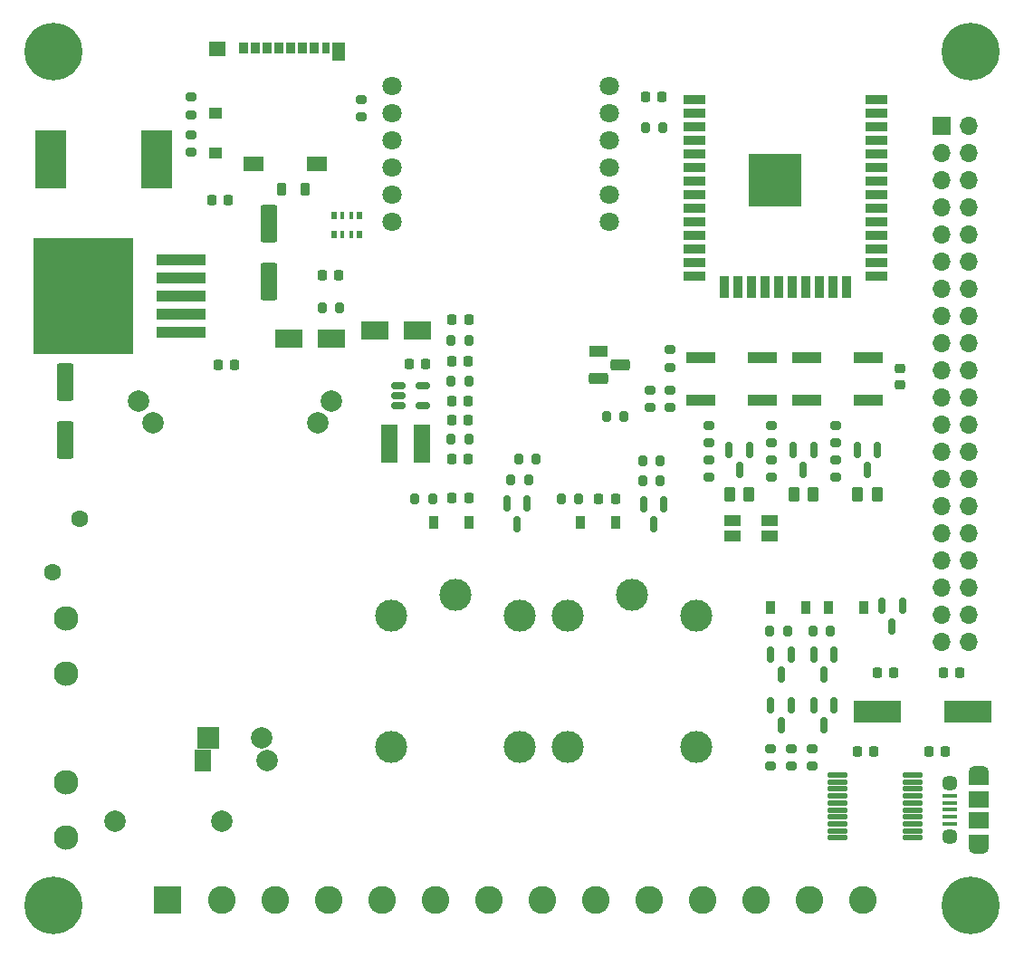
<source format=gbr>
%TF.GenerationSoftware,KiCad,Pcbnew,7.0.1*%
%TF.CreationDate,2023-03-22T21:04:12-04:00*%
%TF.ProjectId,esp32_pro_relay,65737033-325f-4707-926f-5f72656c6179,rev?*%
%TF.SameCoordinates,Original*%
%TF.FileFunction,Soldermask,Top*%
%TF.FilePolarity,Negative*%
%FSLAX46Y46*%
G04 Gerber Fmt 4.6, Leading zero omitted, Abs format (unit mm)*
G04 Created by KiCad (PCBNEW 7.0.1) date 2023-03-22 21:04:12*
%MOMM*%
%LPD*%
G01*
G04 APERTURE LIST*
G04 Aperture macros list*
%AMRoundRect*
0 Rectangle with rounded corners*
0 $1 Rounding radius*
0 $2 $3 $4 $5 $6 $7 $8 $9 X,Y pos of 4 corners*
0 Add a 4 corners polygon primitive as box body*
4,1,4,$2,$3,$4,$5,$6,$7,$8,$9,$2,$3,0*
0 Add four circle primitives for the rounded corners*
1,1,$1+$1,$2,$3*
1,1,$1+$1,$4,$5*
1,1,$1+$1,$6,$7*
1,1,$1+$1,$8,$9*
0 Add four rect primitives between the rounded corners*
20,1,$1+$1,$2,$3,$4,$5,0*
20,1,$1+$1,$4,$5,$6,$7,0*
20,1,$1+$1,$6,$7,$8,$9,0*
20,1,$1+$1,$8,$9,$2,$3,0*%
G04 Aperture macros list end*
%ADD10RoundRect,0.225000X-0.225000X-0.250000X0.225000X-0.250000X0.225000X0.250000X-0.225000X0.250000X0*%
%ADD11R,2.600000X2.600000*%
%ADD12C,2.600000*%
%ADD13R,2.500000X1.800000*%
%ADD14RoundRect,0.200000X0.200000X0.275000X-0.200000X0.275000X-0.200000X-0.275000X0.200000X-0.275000X0*%
%ADD15R,2.000000X0.900000*%
%ADD16R,0.900000X2.000000*%
%ADD17R,5.000000X5.000000*%
%ADD18RoundRect,0.125000X-0.825000X-0.125000X0.825000X-0.125000X0.825000X0.125000X-0.825000X0.125000X0*%
%ADD19RoundRect,0.150000X-0.150000X0.587500X-0.150000X-0.587500X0.150000X-0.587500X0.150000X0.587500X0*%
%ADD20RoundRect,0.250000X-0.262500X-0.450000X0.262500X-0.450000X0.262500X0.450000X-0.262500X0.450000X0*%
%ADD21RoundRect,0.225000X0.225000X0.250000X-0.225000X0.250000X-0.225000X-0.250000X0.225000X-0.250000X0*%
%ADD22C,5.400000*%
%ADD23C,0.800000*%
%ADD24RoundRect,0.200000X0.275000X-0.200000X0.275000X0.200000X-0.275000X0.200000X-0.275000X-0.200000X0*%
%ADD25RoundRect,0.200000X-0.275000X0.200000X-0.275000X-0.200000X0.275000X-0.200000X0.275000X0.200000X0*%
%ADD26R,2.000000X2.000000*%
%ADD27C,2.000000*%
%ADD28R,0.900000X1.200000*%
%ADD29R,0.500000X0.800000*%
%ADD30R,0.400000X0.800000*%
%ADD31R,2.900000X5.400000*%
%ADD32RoundRect,0.250000X0.262500X0.450000X-0.262500X0.450000X-0.262500X-0.450000X0.262500X-0.450000X0*%
%ADD33RoundRect,0.200000X-0.200000X-0.275000X0.200000X-0.275000X0.200000X0.275000X-0.200000X0.275000X0*%
%ADD34RoundRect,0.218750X0.218750X0.256250X-0.218750X0.256250X-0.218750X-0.256250X0.218750X-0.256250X0*%
%ADD35RoundRect,0.225000X-0.250000X0.225000X-0.250000X-0.225000X0.250000X-0.225000X0.250000X0.225000X0*%
%ADD36R,1.350000X0.400000*%
%ADD37R,1.900000X1.500000*%
%ADD38C,1.450000*%
%ADD39O,1.900000X1.200000*%
%ADD40R,1.900000X1.200000*%
%ADD41R,1.700000X1.700000*%
%ADD42O,1.700000X1.700000*%
%ADD43C,1.600000*%
%ADD44C,2.300000*%
%ADD45R,0.850000X1.100000*%
%ADD46R,0.750000X1.100000*%
%ADD47R,1.200000X1.000000*%
%ADD48R,1.170000X1.800000*%
%ADD49R,1.900000X1.350000*%
%ADD50R,1.550000X1.350000*%
%ADD51RoundRect,0.218750X0.218750X0.381250X-0.218750X0.381250X-0.218750X-0.381250X0.218750X-0.381250X0*%
%ADD52RoundRect,0.250000X0.550000X-1.500000X0.550000X1.500000X-0.550000X1.500000X-0.550000X-1.500000X0*%
%ADD53C,1.800000*%
%ADD54R,2.800000X1.000000*%
%ADD55R,4.500000X2.000000*%
%ADD56R,1.800000X1.100000*%
%ADD57RoundRect,0.275000X-0.625000X0.275000X-0.625000X-0.275000X0.625000X-0.275000X0.625000X0.275000X0*%
%ADD58RoundRect,0.150000X-0.512500X-0.150000X0.512500X-0.150000X0.512500X0.150000X-0.512500X0.150000X0*%
%ADD59C,3.000000*%
%ADD60R,4.600000X1.100000*%
%ADD61R,9.400000X10.800000*%
%ADD62R,1.500000X2.000000*%
%ADD63R,1.500000X1.000000*%
%ADD64R,1.500000X3.600000*%
%ADD65RoundRect,0.250000X-0.550000X1.500000X-0.550000X-1.500000X0.550000X-1.500000X0.550000X1.500000X0*%
G04 APERTURE END LIST*
D10*
%TO.C,C11*%
X239415000Y-181920000D03*
X240965000Y-181920000D03*
%TD*%
D11*
%TO.C,J3*%
X212870000Y-223160000D03*
D12*
X217870000Y-223160000D03*
X222870000Y-223160000D03*
X227870000Y-223160000D03*
X232870000Y-223160000D03*
X237870000Y-223160000D03*
X242870000Y-223160000D03*
X247870000Y-223160000D03*
X252870000Y-223160000D03*
X257870000Y-223160000D03*
X262870000Y-223160000D03*
X267870000Y-223160000D03*
X272870000Y-223160000D03*
X277870000Y-223160000D03*
%TD*%
D13*
%TO.C,D3*%
X224160000Y-170640000D03*
X228160000Y-170640000D03*
%TD*%
D10*
%TO.C,C8*%
X227325000Y-164700000D03*
X228875000Y-164700000D03*
%TD*%
%TO.C,C17*%
X239425000Y-172800000D03*
X240975000Y-172800000D03*
%TD*%
D14*
%TO.C,Ra1*%
X241025000Y-180060000D03*
X239375000Y-180060000D03*
%TD*%
D10*
%TO.C,C14*%
X279175000Y-201870000D03*
X280725000Y-201870000D03*
%TD*%
D15*
%TO.C,U1*%
X262110000Y-148335000D03*
X262110000Y-149605000D03*
X262110000Y-150875000D03*
X262110000Y-152145000D03*
X262110000Y-153415000D03*
X262110000Y-154685000D03*
X262110000Y-155955000D03*
X262110000Y-157225000D03*
X262110000Y-158495000D03*
X262110000Y-159765000D03*
X262110000Y-161035000D03*
X262110000Y-162305000D03*
X262110000Y-163575000D03*
X262110000Y-164845000D03*
D16*
X264895000Y-165845000D03*
X266165000Y-165845000D03*
X267435000Y-165845000D03*
X268705000Y-165845000D03*
X269975000Y-165845000D03*
X271245000Y-165845000D03*
X272515000Y-165845000D03*
X273785000Y-165845000D03*
X275055000Y-165845000D03*
X276325000Y-165845000D03*
D15*
X279110000Y-164845000D03*
X279110000Y-163575000D03*
X279110000Y-162305000D03*
X279110000Y-161035000D03*
X279110000Y-159765000D03*
X279110000Y-158495000D03*
X279110000Y-157225000D03*
X279110000Y-155955000D03*
X279110000Y-154685000D03*
X279110000Y-153415000D03*
X279110000Y-152145000D03*
X279110000Y-150875000D03*
X279110000Y-149605000D03*
X279110000Y-148335000D03*
D17*
X269610000Y-155835000D03*
%TD*%
D18*
%TO.C,U4*%
X275520000Y-211475000D03*
X275520000Y-212125000D03*
X275520000Y-212775000D03*
X275520000Y-213425000D03*
X275520000Y-214075000D03*
X275520000Y-214725000D03*
X275520000Y-215375000D03*
X275520000Y-216025000D03*
X275520000Y-216675000D03*
X275520000Y-217325000D03*
X282520000Y-217325000D03*
X282520000Y-216675000D03*
X282520000Y-216025000D03*
X282520000Y-215375000D03*
X282520000Y-214725000D03*
X282520000Y-214075000D03*
X282520000Y-213425000D03*
X282520000Y-212775000D03*
X282520000Y-212125000D03*
X282520000Y-211475000D03*
%TD*%
D14*
%TO.C,R3*%
X237635000Y-185600000D03*
X235985000Y-185600000D03*
%TD*%
D19*
%TO.C,D6*%
X275150000Y-200162500D03*
X273250000Y-200162500D03*
X274200000Y-202037500D03*
%TD*%
D20*
%TO.C,R28*%
X265387500Y-185200000D03*
X267212500Y-185200000D03*
%TD*%
D21*
%TO.C,C6*%
X219095000Y-173130000D03*
X217545000Y-173130000D03*
%TD*%
D22*
%TO.C,H3*%
X287960000Y-143820000D03*
D23*
X286528109Y-145251891D03*
X289391891Y-142388109D03*
X286528109Y-142388109D03*
X285935000Y-143820000D03*
X287960000Y-145845000D03*
X289985000Y-143820000D03*
X289391891Y-145251891D03*
X287960000Y-141795000D03*
%TD*%
D21*
%TO.C,C9*%
X236975000Y-173000000D03*
X235425000Y-173000000D03*
%TD*%
D24*
%TO.C,R24*%
X269300000Y-180425000D03*
X269300000Y-178775000D03*
%TD*%
D13*
%TO.C,D8*%
X236200000Y-169900000D03*
X232200000Y-169900000D03*
%TD*%
D14*
%TO.C,R20*%
X228925000Y-167800000D03*
X227275000Y-167800000D03*
%TD*%
D25*
%TO.C,R9*%
X259800000Y-175475000D03*
X259800000Y-177125000D03*
%TD*%
D10*
%TO.C,C1*%
X216965000Y-157730000D03*
X218515000Y-157730000D03*
%TD*%
D26*
%TO.C,PS2*%
X216650000Y-207962500D03*
D27*
X221650000Y-207962500D03*
X211450000Y-178562500D03*
X226850000Y-178562500D03*
%TD*%
D28*
%TO.C,D2*%
X251450000Y-187850000D03*
X254750000Y-187850000D03*
%TD*%
D24*
%TO.C,R25*%
X269300000Y-183625000D03*
X269300000Y-181975000D03*
%TD*%
D14*
%TO.C,R15*%
X274825000Y-198000000D03*
X273175000Y-198000000D03*
%TD*%
D29*
%TO.C,RN1*%
X228400000Y-160900000D03*
D30*
X229200000Y-160900000D03*
X230000000Y-160900000D03*
D29*
X230800000Y-160900000D03*
X230800000Y-159100000D03*
D30*
X230000000Y-159100000D03*
X229200000Y-159100000D03*
D29*
X228400000Y-159100000D03*
%TD*%
D24*
%TO.C,R12*%
X215000000Y-153225000D03*
X215000000Y-151575000D03*
%TD*%
D19*
%TO.C,Q3*%
X275150000Y-204912500D03*
X273250000Y-204912500D03*
X274200000Y-206787500D03*
%TD*%
D24*
%TO.C,R11*%
X215000000Y-149725000D03*
X215000000Y-148075000D03*
%TD*%
D21*
%TO.C,C3*%
X259075000Y-148050000D03*
X257525000Y-148050000D03*
%TD*%
D14*
%TO.C,R1*%
X247325000Y-181920000D03*
X245675000Y-181920000D03*
%TD*%
D10*
%TO.C,C12*%
X239425000Y-178250000D03*
X240975000Y-178250000D03*
%TD*%
D23*
%TO.C,H2*%
X289995000Y-223640000D03*
X287970000Y-221615000D03*
X289401891Y-225071891D03*
X285945000Y-223640000D03*
X286538109Y-225071891D03*
X289401891Y-222208109D03*
D22*
X287970000Y-223640000D03*
D23*
X287970000Y-225665000D03*
X286538109Y-222208109D03*
%TD*%
D24*
%TO.C,R16*%
X269250000Y-210625000D03*
X269250000Y-208975000D03*
%TD*%
D19*
%TO.C,Q7*%
X273250000Y-181062500D03*
X271350000Y-181062500D03*
X272300000Y-182937500D03*
%TD*%
D31*
%TO.C,L2*%
X201950000Y-153890000D03*
X211850000Y-153890000D03*
%TD*%
D27*
%TO.C,C4*%
X207950000Y-215770000D03*
X217950000Y-215770000D03*
%TD*%
D19*
%TO.C,Q5*%
X281550000Y-195662500D03*
X279650000Y-195662500D03*
X280600000Y-197537500D03*
%TD*%
D32*
%TO.C,R30*%
X279212500Y-185200000D03*
X277387500Y-185200000D03*
%TD*%
D33*
%TO.C,R4*%
X257245000Y-182070000D03*
X258895000Y-182070000D03*
%TD*%
D34*
%TO.C,RL_LD2*%
X254717500Y-185630000D03*
X253142500Y-185630000D03*
%TD*%
D20*
%TO.C,R29*%
X271387500Y-185200000D03*
X273212500Y-185200000D03*
%TD*%
D33*
%TO.C,R13*%
X257525000Y-150900000D03*
X259175000Y-150900000D03*
%TD*%
D34*
%TO.C,RL_LD1*%
X241027500Y-185580000D03*
X239452500Y-185580000D03*
%TD*%
D33*
%TO.C,R21*%
X239375000Y-170800000D03*
X241025000Y-170800000D03*
%TD*%
D19*
%TO.C,Q6*%
X267250000Y-181062500D03*
X265350000Y-181062500D03*
X266300000Y-182937500D03*
%TD*%
D35*
%TO.C,C2*%
X281300000Y-173425000D03*
X281300000Y-174975000D03*
%TD*%
D33*
%TO.C,R19*%
X253875000Y-177900000D03*
X255525000Y-177900000D03*
%TD*%
D24*
%TO.C,R23*%
X263500000Y-183625000D03*
X263500000Y-181975000D03*
%TD*%
D21*
%TO.C,C15*%
X286905000Y-201870000D03*
X285355000Y-201870000D03*
%TD*%
D28*
%TO.C,D1*%
X237750000Y-187820000D03*
X241050000Y-187820000D03*
%TD*%
D24*
%TO.C,R17*%
X271150000Y-210625000D03*
X271150000Y-208975000D03*
%TD*%
D36*
%TO.C,USB1*%
X286007500Y-216010000D03*
X286007500Y-215360000D03*
X286007500Y-214710000D03*
X286007500Y-214060000D03*
X286007500Y-213410000D03*
D37*
X288707500Y-215710000D03*
D38*
X286007500Y-217210000D03*
D37*
X288707500Y-213710000D03*
D39*
X288707500Y-211210000D03*
D40*
X288707500Y-211810000D03*
X288707500Y-217610000D03*
D38*
X286007500Y-212210000D03*
D39*
X288707500Y-218210000D03*
%TD*%
D23*
%TO.C,H4*%
X204175000Y-143820000D03*
X200718109Y-145251891D03*
X202150000Y-141795000D03*
X203581891Y-145251891D03*
X202150000Y-145845000D03*
X203581891Y-142388109D03*
X200125000Y-143820000D03*
X200718109Y-142388109D03*
D22*
X202150000Y-143820000D03*
%TD*%
D19*
%TO.C,Q1*%
X246480000Y-186105000D03*
X244580000Y-186105000D03*
X245530000Y-187980000D03*
%TD*%
D28*
%TO.C,D5*%
X277950000Y-195800000D03*
X274650000Y-195800000D03*
%TD*%
D41*
%TO.C,J2*%
X285195000Y-150775000D03*
D42*
X287735000Y-150775000D03*
X285195000Y-153315000D03*
X287735000Y-153315000D03*
X285195000Y-155855000D03*
X287735000Y-155855000D03*
X285195000Y-158395000D03*
X287735000Y-158395000D03*
X285195000Y-160935000D03*
X287735000Y-160935000D03*
X285195000Y-163475000D03*
X287735000Y-163475000D03*
X285195000Y-166015000D03*
X287735000Y-166015000D03*
X285195000Y-168555000D03*
X287735000Y-168555000D03*
X285195000Y-171095000D03*
X287735000Y-171095000D03*
X285195000Y-173635000D03*
X287735000Y-173635000D03*
X285195000Y-176175000D03*
X287735000Y-176175000D03*
X285195000Y-178715000D03*
X287735000Y-178715000D03*
X285195000Y-181255000D03*
X287735000Y-181255000D03*
X285195000Y-183795000D03*
X287735000Y-183795000D03*
X285195000Y-186335000D03*
X287735000Y-186335000D03*
X285195000Y-188875000D03*
X287735000Y-188875000D03*
X285195000Y-191415000D03*
X287735000Y-191415000D03*
X285195000Y-193955000D03*
X287735000Y-193955000D03*
X285195000Y-196495000D03*
X287735000Y-196495000D03*
X285195000Y-199035000D03*
X287735000Y-199035000D03*
%TD*%
D25*
%TO.C,R8*%
X258000000Y-175475000D03*
X258000000Y-177125000D03*
%TD*%
D24*
%TO.C,R10*%
X230920000Y-149915000D03*
X230920000Y-148265000D03*
%TD*%
D19*
%TO.C,Q8*%
X279250000Y-181062500D03*
X277350000Y-181062500D03*
X278300000Y-182937500D03*
%TD*%
D10*
%TO.C,C10*%
X239425000Y-176500000D03*
X240975000Y-176500000D03*
%TD*%
D28*
%TO.C,D4*%
X272550000Y-195800000D03*
X269250000Y-195800000D03*
%TD*%
D24*
%TO.C,R26*%
X275300000Y-180425000D03*
X275300000Y-178775000D03*
%TD*%
D33*
%TO.C,R2*%
X244925000Y-183890000D03*
X246575000Y-183890000D03*
%TD*%
D43*
%TO.C,RV1*%
X202100000Y-192530000D03*
X204600000Y-187530000D03*
%TD*%
D44*
%TO.C,F1*%
X203390000Y-217300000D03*
X203390000Y-212100000D03*
X203390000Y-202000000D03*
X203390000Y-196800000D03*
%TD*%
D19*
%TO.C,Q4*%
X271150000Y-204912500D03*
X269250000Y-204912500D03*
X270200000Y-206787500D03*
%TD*%
D10*
%TO.C,C13*%
X284010000Y-209250000D03*
X285560000Y-209250000D03*
%TD*%
D45*
%TO.C,SD_CARD1*%
X219985000Y-143460000D03*
X221085000Y-143460000D03*
X222185000Y-143460000D03*
X223285000Y-143460000D03*
X224385000Y-143460000D03*
X225485000Y-143460000D03*
X226585000Y-143460000D03*
D46*
X227635000Y-143460000D03*
D47*
X217350000Y-149610000D03*
X217350000Y-153310000D03*
D48*
X228845000Y-143810000D03*
D49*
X226820000Y-154285000D03*
X220850000Y-154285000D03*
D50*
X217525000Y-143585000D03*
%TD*%
D19*
%TO.C,Q2*%
X259240000Y-186112500D03*
X257340000Y-186112500D03*
X258290000Y-187987500D03*
%TD*%
D25*
%TO.C,R18*%
X273100000Y-208975000D03*
X273100000Y-210625000D03*
%TD*%
D51*
%TO.C,L1*%
X225662500Y-156700000D03*
X223537500Y-156700000D03*
%TD*%
D52*
%TO.C,C7*%
X222320000Y-165290000D03*
X222320000Y-159890000D03*
%TD*%
D23*
%TO.C,H1*%
X204185000Y-223650000D03*
X202160000Y-225675000D03*
X202160000Y-221625000D03*
X200135000Y-223650000D03*
D22*
X202160000Y-223650000D03*
D23*
X203591891Y-222218109D03*
X200728109Y-225081891D03*
X203591891Y-225081891D03*
X200728109Y-222218109D03*
%TD*%
D53*
%TO.C,U5*%
X233820000Y-147027500D03*
X233820000Y-149567500D03*
X233820000Y-152107500D03*
X233820000Y-154647500D03*
X233820000Y-157187500D03*
X233820000Y-159727500D03*
X254140000Y-159727500D03*
X254140000Y-157187500D03*
X254140000Y-154647500D03*
X254140000Y-152107500D03*
X254140000Y-149567500D03*
X254140000Y-147027500D03*
%TD*%
D24*
%TO.C,R27*%
X275300000Y-183625000D03*
X275300000Y-181975000D03*
%TD*%
D34*
%TO.C,PW_LD1*%
X240987500Y-168900000D03*
X239412500Y-168900000D03*
%TD*%
D54*
%TO.C,RST2*%
X278400000Y-176400000D03*
X272600000Y-176400000D03*
X272600000Y-172400000D03*
X278400000Y-172400000D03*
%TD*%
D24*
%TO.C,R22*%
X263500000Y-180425000D03*
X263500000Y-178775000D03*
%TD*%
D55*
%TO.C,Y1*%
X287670000Y-205510000D03*
X279170000Y-205510000D03*
%TD*%
D33*
%TO.C,Rb1*%
X239375000Y-174600000D03*
X241025000Y-174600000D03*
%TD*%
D56*
%TO.C,U6*%
X253100000Y-171800000D03*
D57*
X255170000Y-173070000D03*
X253100000Y-174340000D03*
%TD*%
D19*
%TO.C,D7*%
X271150000Y-200162500D03*
X269250000Y-200162500D03*
X270200000Y-202037500D03*
%TD*%
D58*
%TO.C,U2*%
X234462500Y-175050000D03*
X234462500Y-176000000D03*
X234462500Y-176950000D03*
X236737500Y-176950000D03*
X236737500Y-175050000D03*
%TD*%
D59*
%TO.C,REL1B1*%
X256270000Y-194600000D03*
X262270000Y-208800000D03*
X250270000Y-208800000D03*
X250270000Y-196600000D03*
X262270000Y-196600000D03*
%TD*%
D24*
%TO.C,R7*%
X259800000Y-173325000D03*
X259800000Y-171675000D03*
%TD*%
D59*
%TO.C,REL0A1*%
X239760000Y-194600000D03*
X245760000Y-208800000D03*
X233760000Y-208800000D03*
X233760000Y-196600000D03*
X245760000Y-196600000D03*
%TD*%
D60*
%TO.C,U3*%
X214095000Y-170090000D03*
X214095000Y-168390000D03*
D61*
X204945000Y-166690000D03*
D60*
X214095000Y-166690000D03*
X214095000Y-164990000D03*
X214095000Y-163290000D03*
%TD*%
D33*
%TO.C,R5*%
X257265000Y-183940000D03*
X258915000Y-183940000D03*
%TD*%
D62*
%TO.C,PS1*%
X216150000Y-210110000D03*
D27*
X222150000Y-210110000D03*
X210150000Y-176510000D03*
X228150000Y-176510000D03*
%TD*%
D14*
%TO.C,R14*%
X270825000Y-198000000D03*
X269175000Y-198000000D03*
%TD*%
%TO.C,R6*%
X251305000Y-185630000D03*
X249655000Y-185630000D03*
%TD*%
D63*
%TO.C,D9*%
X265650000Y-187700000D03*
X269150000Y-187700000D03*
X265650000Y-189100000D03*
X269150000Y-189100000D03*
%TD*%
D54*
%TO.C,BUT1*%
X262700000Y-172400000D03*
X268500000Y-172400000D03*
X268500000Y-176400000D03*
X262700000Y-176400000D03*
%TD*%
D10*
%TO.C,C16*%
X277315000Y-209280000D03*
X278865000Y-209280000D03*
%TD*%
D64*
%TO.C,L3*%
X233575000Y-180500000D03*
X236625000Y-180500000D03*
%TD*%
D65*
%TO.C,C5*%
X203240000Y-174740000D03*
X203240000Y-180140000D03*
%TD*%
M02*

</source>
